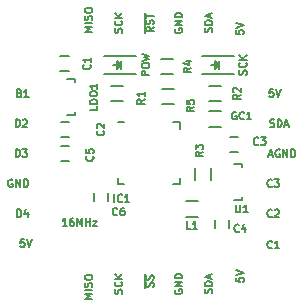
<source format=gbr>
G04 #@! TF.FileFunction,Legend,Top*
%FSLAX46Y46*%
G04 Gerber Fmt 4.6, Leading zero omitted, Abs format (unit mm)*
G04 Created by KiCad (PCBNEW 4.0.0-rc1-stable) date 10/19/2015 7:45:35 PM*
%MOMM*%
G01*
G04 APERTURE LIST*
%ADD10C,0.100000*%
%ADD11C,0.152400*%
%ADD12C,0.150000*%
G04 APERTURE END LIST*
D10*
D11*
X128774976Y-109174643D02*
X128865690Y-109204881D01*
X128895929Y-109235119D01*
X128926167Y-109295595D01*
X128926167Y-109386310D01*
X128895929Y-109446786D01*
X128865690Y-109477024D01*
X128805214Y-109507262D01*
X128563309Y-109507262D01*
X128563309Y-108872262D01*
X128774976Y-108872262D01*
X128835452Y-108902500D01*
X128865690Y-108932738D01*
X128895929Y-108993214D01*
X128895929Y-109053690D01*
X128865690Y-109114167D01*
X128835452Y-109144405D01*
X128774976Y-109174643D01*
X128563309Y-109174643D01*
X129530929Y-109507262D02*
X129168071Y-109507262D01*
X129349500Y-109507262D02*
X129349500Y-108872262D01*
X129289024Y-108962976D01*
X129228548Y-109023452D01*
X129168071Y-109053690D01*
X128436309Y-112047262D02*
X128436309Y-111412262D01*
X128587500Y-111412262D01*
X128678214Y-111442500D01*
X128738690Y-111502976D01*
X128768929Y-111563452D01*
X128799167Y-111684405D01*
X128799167Y-111775119D01*
X128768929Y-111896071D01*
X128738690Y-111956548D01*
X128678214Y-112017024D01*
X128587500Y-112047262D01*
X128436309Y-112047262D01*
X129041071Y-111472738D02*
X129071309Y-111442500D01*
X129131786Y-111412262D01*
X129282976Y-111412262D01*
X129343452Y-111442500D01*
X129373690Y-111472738D01*
X129403929Y-111533214D01*
X129403929Y-111593690D01*
X129373690Y-111684405D01*
X129010833Y-112047262D01*
X129403929Y-112047262D01*
X128436309Y-114587262D02*
X128436309Y-113952262D01*
X128587500Y-113952262D01*
X128678214Y-113982500D01*
X128738690Y-114042976D01*
X128768929Y-114103452D01*
X128799167Y-114224405D01*
X128799167Y-114315119D01*
X128768929Y-114436071D01*
X128738690Y-114496548D01*
X128678214Y-114557024D01*
X128587500Y-114587262D01*
X128436309Y-114587262D01*
X129010833Y-113952262D02*
X129403929Y-113952262D01*
X129192262Y-114194167D01*
X129282976Y-114194167D01*
X129343452Y-114224405D01*
X129373690Y-114254643D01*
X129403929Y-114315119D01*
X129403929Y-114466310D01*
X129373690Y-114526786D01*
X129343452Y-114557024D01*
X129282976Y-114587262D01*
X129101548Y-114587262D01*
X129041071Y-114557024D01*
X129010833Y-114526786D01*
X128167191Y-116522500D02*
X128106714Y-116492262D01*
X128016000Y-116492262D01*
X127925286Y-116522500D01*
X127864810Y-116582976D01*
X127834571Y-116643452D01*
X127804333Y-116764405D01*
X127804333Y-116855119D01*
X127834571Y-116976071D01*
X127864810Y-117036548D01*
X127925286Y-117097024D01*
X128016000Y-117127262D01*
X128076476Y-117127262D01*
X128167191Y-117097024D01*
X128197429Y-117066786D01*
X128197429Y-116855119D01*
X128076476Y-116855119D01*
X128469571Y-117127262D02*
X128469571Y-116492262D01*
X128832429Y-117127262D01*
X128832429Y-116492262D01*
X129134809Y-117127262D02*
X129134809Y-116492262D01*
X129286000Y-116492262D01*
X129376714Y-116522500D01*
X129437190Y-116582976D01*
X129467429Y-116643452D01*
X129497667Y-116764405D01*
X129497667Y-116855119D01*
X129467429Y-116976071D01*
X129437190Y-117036548D01*
X129376714Y-117097024D01*
X129286000Y-117127262D01*
X129134809Y-117127262D01*
X128563309Y-119667262D02*
X128563309Y-119032262D01*
X128714500Y-119032262D01*
X128805214Y-119062500D01*
X128865690Y-119122976D01*
X128895929Y-119183452D01*
X128926167Y-119304405D01*
X128926167Y-119395119D01*
X128895929Y-119516071D01*
X128865690Y-119576548D01*
X128805214Y-119637024D01*
X128714500Y-119667262D01*
X128563309Y-119667262D01*
X129470452Y-119243929D02*
X129470452Y-119667262D01*
X129319262Y-119002024D02*
X129168071Y-119455595D01*
X129561167Y-119455595D01*
X129165047Y-121572262D02*
X128862666Y-121572262D01*
X128832428Y-121874643D01*
X128862666Y-121844405D01*
X128923143Y-121814167D01*
X129074333Y-121814167D01*
X129134809Y-121844405D01*
X129165047Y-121874643D01*
X129195286Y-121935119D01*
X129195286Y-122086310D01*
X129165047Y-122146786D01*
X129134809Y-122177024D01*
X129074333Y-122207262D01*
X128923143Y-122207262D01*
X128862666Y-122177024D01*
X128832428Y-122146786D01*
X129376714Y-121572262D02*
X129588381Y-122207262D01*
X129800048Y-121572262D01*
X150247047Y-108872262D02*
X149944666Y-108872262D01*
X149914428Y-109174643D01*
X149944666Y-109144405D01*
X150005143Y-109114167D01*
X150156333Y-109114167D01*
X150216809Y-109144405D01*
X150247047Y-109174643D01*
X150277286Y-109235119D01*
X150277286Y-109386310D01*
X150247047Y-109446786D01*
X150216809Y-109477024D01*
X150156333Y-109507262D01*
X150005143Y-109507262D01*
X149944666Y-109477024D01*
X149914428Y-109446786D01*
X150458714Y-108872262D02*
X150670381Y-109507262D01*
X150882048Y-108872262D01*
X149977928Y-112017024D02*
X150068643Y-112047262D01*
X150219833Y-112047262D01*
X150280309Y-112017024D01*
X150310547Y-111986786D01*
X150340786Y-111926310D01*
X150340786Y-111865833D01*
X150310547Y-111805357D01*
X150280309Y-111775119D01*
X150219833Y-111744881D01*
X150098881Y-111714643D01*
X150038405Y-111684405D01*
X150008166Y-111654167D01*
X149977928Y-111593690D01*
X149977928Y-111533214D01*
X150008166Y-111472738D01*
X150038405Y-111442500D01*
X150098881Y-111412262D01*
X150250071Y-111412262D01*
X150340786Y-111442500D01*
X150612928Y-112047262D02*
X150612928Y-111412262D01*
X150764119Y-111412262D01*
X150854833Y-111442500D01*
X150915309Y-111502976D01*
X150945548Y-111563452D01*
X150975786Y-111684405D01*
X150975786Y-111775119D01*
X150945548Y-111896071D01*
X150915309Y-111956548D01*
X150854833Y-112017024D01*
X150764119Y-112047262D01*
X150612928Y-112047262D01*
X151217690Y-111865833D02*
X151520071Y-111865833D01*
X151157214Y-112047262D02*
X151368881Y-111412262D01*
X151580548Y-112047262D01*
X149884190Y-114405833D02*
X150186571Y-114405833D01*
X149823714Y-114587262D02*
X150035381Y-113952262D01*
X150247048Y-114587262D01*
X150791334Y-113982500D02*
X150730857Y-113952262D01*
X150640143Y-113952262D01*
X150549429Y-113982500D01*
X150488953Y-114042976D01*
X150458714Y-114103452D01*
X150428476Y-114224405D01*
X150428476Y-114315119D01*
X150458714Y-114436071D01*
X150488953Y-114496548D01*
X150549429Y-114557024D01*
X150640143Y-114587262D01*
X150700619Y-114587262D01*
X150791334Y-114557024D01*
X150821572Y-114526786D01*
X150821572Y-114315119D01*
X150700619Y-114315119D01*
X151093714Y-114587262D02*
X151093714Y-113952262D01*
X151456572Y-114587262D01*
X151456572Y-113952262D01*
X151758952Y-114587262D02*
X151758952Y-113952262D01*
X151910143Y-113952262D01*
X152000857Y-113982500D01*
X152061333Y-114042976D01*
X152091572Y-114103452D01*
X152121810Y-114224405D01*
X152121810Y-114315119D01*
X152091572Y-114436071D01*
X152061333Y-114496548D01*
X152000857Y-114557024D01*
X151910143Y-114587262D01*
X151758952Y-114587262D01*
X150135167Y-117066786D02*
X150104929Y-117097024D01*
X150014214Y-117127262D01*
X149953738Y-117127262D01*
X149863024Y-117097024D01*
X149802548Y-117036548D01*
X149772309Y-116976071D01*
X149742071Y-116855119D01*
X149742071Y-116764405D01*
X149772309Y-116643452D01*
X149802548Y-116582976D01*
X149863024Y-116522500D01*
X149953738Y-116492262D01*
X150014214Y-116492262D01*
X150104929Y-116522500D01*
X150135167Y-116552738D01*
X150346833Y-116492262D02*
X150739929Y-116492262D01*
X150528262Y-116734167D01*
X150618976Y-116734167D01*
X150679452Y-116764405D01*
X150709690Y-116794643D01*
X150739929Y-116855119D01*
X150739929Y-117006310D01*
X150709690Y-117066786D01*
X150679452Y-117097024D01*
X150618976Y-117127262D01*
X150437548Y-117127262D01*
X150377071Y-117097024D01*
X150346833Y-117066786D01*
X150135167Y-119606786D02*
X150104929Y-119637024D01*
X150014214Y-119667262D01*
X149953738Y-119667262D01*
X149863024Y-119637024D01*
X149802548Y-119576548D01*
X149772309Y-119516071D01*
X149742071Y-119395119D01*
X149742071Y-119304405D01*
X149772309Y-119183452D01*
X149802548Y-119122976D01*
X149863024Y-119062500D01*
X149953738Y-119032262D01*
X150014214Y-119032262D01*
X150104929Y-119062500D01*
X150135167Y-119092738D01*
X150377071Y-119092738D02*
X150407309Y-119062500D01*
X150467786Y-119032262D01*
X150618976Y-119032262D01*
X150679452Y-119062500D01*
X150709690Y-119092738D01*
X150739929Y-119153214D01*
X150739929Y-119213690D01*
X150709690Y-119304405D01*
X150346833Y-119667262D01*
X150739929Y-119667262D01*
X150135167Y-122273786D02*
X150104929Y-122304024D01*
X150014214Y-122334262D01*
X149953738Y-122334262D01*
X149863024Y-122304024D01*
X149802548Y-122243548D01*
X149772309Y-122183071D01*
X149742071Y-122062119D01*
X149742071Y-121971405D01*
X149772309Y-121850452D01*
X149802548Y-121789976D01*
X149863024Y-121729500D01*
X149953738Y-121699262D01*
X150014214Y-121699262D01*
X150104929Y-121729500D01*
X150135167Y-121759738D01*
X150739929Y-122334262D02*
X150377071Y-122334262D01*
X150558500Y-122334262D02*
X150558500Y-121699262D01*
X150498024Y-121789976D01*
X150437548Y-121850452D01*
X150377071Y-121880690D01*
X147099262Y-124834953D02*
X147099262Y-125137334D01*
X147401643Y-125167572D01*
X147371405Y-125137334D01*
X147341167Y-125076857D01*
X147341167Y-124925667D01*
X147371405Y-124865191D01*
X147401643Y-124834953D01*
X147462119Y-124804714D01*
X147613310Y-124804714D01*
X147673786Y-124834953D01*
X147704024Y-124865191D01*
X147734262Y-124925667D01*
X147734262Y-125076857D01*
X147704024Y-125137334D01*
X147673786Y-125167572D01*
X147099262Y-124623286D02*
X147734262Y-124411619D01*
X147099262Y-124199952D01*
X145037024Y-126120072D02*
X145067262Y-126029357D01*
X145067262Y-125878167D01*
X145037024Y-125817691D01*
X145006786Y-125787453D01*
X144946310Y-125757214D01*
X144885833Y-125757214D01*
X144825357Y-125787453D01*
X144795119Y-125817691D01*
X144764881Y-125878167D01*
X144734643Y-125999119D01*
X144704405Y-126059595D01*
X144674167Y-126089834D01*
X144613690Y-126120072D01*
X144553214Y-126120072D01*
X144492738Y-126089834D01*
X144462500Y-126059595D01*
X144432262Y-125999119D01*
X144432262Y-125847929D01*
X144462500Y-125757214D01*
X145067262Y-125485072D02*
X144432262Y-125485072D01*
X144432262Y-125333881D01*
X144462500Y-125243167D01*
X144522976Y-125182691D01*
X144583452Y-125152452D01*
X144704405Y-125122214D01*
X144795119Y-125122214D01*
X144916071Y-125152452D01*
X144976548Y-125182691D01*
X145037024Y-125243167D01*
X145067262Y-125333881D01*
X145067262Y-125485072D01*
X144885833Y-124880310D02*
X144885833Y-124577929D01*
X145067262Y-124940786D02*
X144432262Y-124729119D01*
X145067262Y-124517452D01*
X141922500Y-125832809D02*
X141892262Y-125893286D01*
X141892262Y-125984000D01*
X141922500Y-126074714D01*
X141982976Y-126135190D01*
X142043452Y-126165429D01*
X142164405Y-126195667D01*
X142255119Y-126195667D01*
X142376071Y-126165429D01*
X142436548Y-126135190D01*
X142497024Y-126074714D01*
X142527262Y-125984000D01*
X142527262Y-125923524D01*
X142497024Y-125832809D01*
X142466786Y-125802571D01*
X142255119Y-125802571D01*
X142255119Y-125923524D01*
X142527262Y-125530429D02*
X141892262Y-125530429D01*
X142527262Y-125167571D01*
X141892262Y-125167571D01*
X142527262Y-124865191D02*
X141892262Y-124865191D01*
X141892262Y-124714000D01*
X141922500Y-124623286D01*
X141982976Y-124562810D01*
X142043452Y-124532571D01*
X142164405Y-124502333D01*
X142255119Y-124502333D01*
X142376071Y-124532571D01*
X142436548Y-124562810D01*
X142497024Y-124623286D01*
X142527262Y-124714000D01*
X142527262Y-124865191D01*
X140084024Y-125578810D02*
X140114262Y-125488095D01*
X140114262Y-125336905D01*
X140084024Y-125276429D01*
X140053786Y-125246191D01*
X139993310Y-125215952D01*
X139932833Y-125215952D01*
X139872357Y-125246191D01*
X139842119Y-125276429D01*
X139811881Y-125336905D01*
X139781643Y-125457857D01*
X139751405Y-125518333D01*
X139721167Y-125548572D01*
X139660690Y-125578810D01*
X139600214Y-125578810D01*
X139539738Y-125548572D01*
X139509500Y-125518333D01*
X139479262Y-125457857D01*
X139479262Y-125306667D01*
X139509500Y-125215952D01*
X140084024Y-124974048D02*
X140114262Y-124883333D01*
X140114262Y-124732143D01*
X140084024Y-124671667D01*
X140053786Y-124641429D01*
X139993310Y-124611190D01*
X139932833Y-124611190D01*
X139872357Y-124641429D01*
X139842119Y-124671667D01*
X139811881Y-124732143D01*
X139781643Y-124853095D01*
X139751405Y-124913571D01*
X139721167Y-124943810D01*
X139660690Y-124974048D01*
X139600214Y-124974048D01*
X139539738Y-124943810D01*
X139509500Y-124913571D01*
X139479262Y-124853095D01*
X139479262Y-124701905D01*
X139509500Y-124611190D01*
X139369800Y-125699762D02*
X139369800Y-124490238D01*
X137417024Y-126165429D02*
X137447262Y-126074714D01*
X137447262Y-125923524D01*
X137417024Y-125863048D01*
X137386786Y-125832810D01*
X137326310Y-125802571D01*
X137265833Y-125802571D01*
X137205357Y-125832810D01*
X137175119Y-125863048D01*
X137144881Y-125923524D01*
X137114643Y-126044476D01*
X137084405Y-126104952D01*
X137054167Y-126135191D01*
X136993690Y-126165429D01*
X136933214Y-126165429D01*
X136872738Y-126135191D01*
X136842500Y-126104952D01*
X136812262Y-126044476D01*
X136812262Y-125893286D01*
X136842500Y-125802571D01*
X137386786Y-125167571D02*
X137417024Y-125197809D01*
X137447262Y-125288524D01*
X137447262Y-125349000D01*
X137417024Y-125439714D01*
X137356548Y-125500190D01*
X137296071Y-125530429D01*
X137175119Y-125560667D01*
X137084405Y-125560667D01*
X136963452Y-125530429D01*
X136902976Y-125500190D01*
X136842500Y-125439714D01*
X136812262Y-125349000D01*
X136812262Y-125288524D01*
X136842500Y-125197809D01*
X136872738Y-125167571D01*
X137447262Y-124895429D02*
X136812262Y-124895429D01*
X137447262Y-124532571D02*
X137084405Y-124804714D01*
X136812262Y-124532571D02*
X137175119Y-124895429D01*
X147099262Y-103879953D02*
X147099262Y-104182334D01*
X147401643Y-104212572D01*
X147371405Y-104182334D01*
X147341167Y-104121857D01*
X147341167Y-103970667D01*
X147371405Y-103910191D01*
X147401643Y-103879953D01*
X147462119Y-103849714D01*
X147613310Y-103849714D01*
X147673786Y-103879953D01*
X147704024Y-103910191D01*
X147734262Y-103970667D01*
X147734262Y-104121857D01*
X147704024Y-104182334D01*
X147673786Y-104212572D01*
X147099262Y-103668286D02*
X147734262Y-103456619D01*
X147099262Y-103244952D01*
X145037024Y-104022072D02*
X145067262Y-103931357D01*
X145067262Y-103780167D01*
X145037024Y-103719691D01*
X145006786Y-103689453D01*
X144946310Y-103659214D01*
X144885833Y-103659214D01*
X144825357Y-103689453D01*
X144795119Y-103719691D01*
X144764881Y-103780167D01*
X144734643Y-103901119D01*
X144704405Y-103961595D01*
X144674167Y-103991834D01*
X144613690Y-104022072D01*
X144553214Y-104022072D01*
X144492738Y-103991834D01*
X144462500Y-103961595D01*
X144432262Y-103901119D01*
X144432262Y-103749929D01*
X144462500Y-103659214D01*
X145067262Y-103387072D02*
X144432262Y-103387072D01*
X144432262Y-103235881D01*
X144462500Y-103145167D01*
X144522976Y-103084691D01*
X144583452Y-103054452D01*
X144704405Y-103024214D01*
X144795119Y-103024214D01*
X144916071Y-103054452D01*
X144976548Y-103084691D01*
X145037024Y-103145167D01*
X145067262Y-103235881D01*
X145067262Y-103387072D01*
X144885833Y-102782310D02*
X144885833Y-102479929D01*
X145067262Y-102842786D02*
X144432262Y-102631119D01*
X145067262Y-102419452D01*
X141922500Y-103734809D02*
X141892262Y-103795286D01*
X141892262Y-103886000D01*
X141922500Y-103976714D01*
X141982976Y-104037190D01*
X142043452Y-104067429D01*
X142164405Y-104097667D01*
X142255119Y-104097667D01*
X142376071Y-104067429D01*
X142436548Y-104037190D01*
X142497024Y-103976714D01*
X142527262Y-103886000D01*
X142527262Y-103825524D01*
X142497024Y-103734809D01*
X142466786Y-103704571D01*
X142255119Y-103704571D01*
X142255119Y-103825524D01*
X142527262Y-103432429D02*
X141892262Y-103432429D01*
X142527262Y-103069571D01*
X141892262Y-103069571D01*
X142527262Y-102767191D02*
X141892262Y-102767191D01*
X141892262Y-102616000D01*
X141922500Y-102525286D01*
X141982976Y-102464810D01*
X142043452Y-102434571D01*
X142164405Y-102404333D01*
X142255119Y-102404333D01*
X142376071Y-102434571D01*
X142436548Y-102464810D01*
X142497024Y-102525286D01*
X142527262Y-102616000D01*
X142527262Y-102767191D01*
X140114262Y-103598738D02*
X139811881Y-103810405D01*
X140114262Y-103961596D02*
X139479262Y-103961596D01*
X139479262Y-103719691D01*
X139509500Y-103659215D01*
X139539738Y-103628976D01*
X139600214Y-103598738D01*
X139690929Y-103598738D01*
X139751405Y-103628976D01*
X139781643Y-103659215D01*
X139811881Y-103719691D01*
X139811881Y-103961596D01*
X140084024Y-103356834D02*
X140114262Y-103266119D01*
X140114262Y-103114929D01*
X140084024Y-103054453D01*
X140053786Y-103024215D01*
X139993310Y-102993976D01*
X139932833Y-102993976D01*
X139872357Y-103024215D01*
X139842119Y-103054453D01*
X139811881Y-103114929D01*
X139781643Y-103235881D01*
X139751405Y-103296357D01*
X139721167Y-103326596D01*
X139660690Y-103356834D01*
X139600214Y-103356834D01*
X139539738Y-103326596D01*
X139509500Y-103296357D01*
X139479262Y-103235881D01*
X139479262Y-103084691D01*
X139509500Y-102993976D01*
X139479262Y-102812548D02*
X139479262Y-102449691D01*
X140114262Y-102631119D02*
X139479262Y-102631119D01*
X139369800Y-104112786D02*
X139369800Y-102389214D01*
X137417024Y-104067429D02*
X137447262Y-103976714D01*
X137447262Y-103825524D01*
X137417024Y-103765048D01*
X137386786Y-103734810D01*
X137326310Y-103704571D01*
X137265833Y-103704571D01*
X137205357Y-103734810D01*
X137175119Y-103765048D01*
X137144881Y-103825524D01*
X137114643Y-103946476D01*
X137084405Y-104006952D01*
X137054167Y-104037191D01*
X136993690Y-104067429D01*
X136933214Y-104067429D01*
X136872738Y-104037191D01*
X136842500Y-104006952D01*
X136812262Y-103946476D01*
X136812262Y-103795286D01*
X136842500Y-103704571D01*
X137386786Y-103069571D02*
X137417024Y-103099809D01*
X137447262Y-103190524D01*
X137447262Y-103251000D01*
X137417024Y-103341714D01*
X137356548Y-103402190D01*
X137296071Y-103432429D01*
X137175119Y-103462667D01*
X137084405Y-103462667D01*
X136963452Y-103432429D01*
X136902976Y-103402190D01*
X136842500Y-103341714D01*
X136812262Y-103251000D01*
X136812262Y-103190524D01*
X136842500Y-103099809D01*
X136872738Y-103069571D01*
X137447262Y-102797429D02*
X136812262Y-102797429D01*
X137447262Y-102434571D02*
X137084405Y-102706714D01*
X136812262Y-102434571D02*
X137175119Y-102797429D01*
X134907262Y-126600857D02*
X134272262Y-126600857D01*
X134725833Y-126389190D01*
X134272262Y-126177523D01*
X134907262Y-126177523D01*
X134907262Y-125875143D02*
X134272262Y-125875143D01*
X134877024Y-125603000D02*
X134907262Y-125512285D01*
X134907262Y-125361095D01*
X134877024Y-125300619D01*
X134846786Y-125270381D01*
X134786310Y-125240142D01*
X134725833Y-125240142D01*
X134665357Y-125270381D01*
X134635119Y-125300619D01*
X134604881Y-125361095D01*
X134574643Y-125482047D01*
X134544405Y-125542523D01*
X134514167Y-125572762D01*
X134453690Y-125603000D01*
X134393214Y-125603000D01*
X134332738Y-125572762D01*
X134302500Y-125542523D01*
X134272262Y-125482047D01*
X134272262Y-125330857D01*
X134302500Y-125240142D01*
X134272262Y-124847047D02*
X134272262Y-124726095D01*
X134302500Y-124665619D01*
X134362976Y-124605142D01*
X134483929Y-124574904D01*
X134695595Y-124574904D01*
X134816548Y-124605142D01*
X134877024Y-124665619D01*
X134907262Y-124726095D01*
X134907262Y-124847047D01*
X134877024Y-124907523D01*
X134816548Y-124968000D01*
X134695595Y-124998238D01*
X134483929Y-124998238D01*
X134362976Y-124968000D01*
X134302500Y-124907523D01*
X134272262Y-124847047D01*
X134907262Y-103994857D02*
X134272262Y-103994857D01*
X134725833Y-103783190D01*
X134272262Y-103571523D01*
X134907262Y-103571523D01*
X134907262Y-103269143D02*
X134272262Y-103269143D01*
X134877024Y-102997000D02*
X134907262Y-102906285D01*
X134907262Y-102755095D01*
X134877024Y-102694619D01*
X134846786Y-102664381D01*
X134786310Y-102634142D01*
X134725833Y-102634142D01*
X134665357Y-102664381D01*
X134635119Y-102694619D01*
X134604881Y-102755095D01*
X134574643Y-102876047D01*
X134544405Y-102936523D01*
X134514167Y-102966762D01*
X134453690Y-102997000D01*
X134393214Y-102997000D01*
X134332738Y-102966762D01*
X134302500Y-102936523D01*
X134272262Y-102876047D01*
X134272262Y-102724857D01*
X134302500Y-102634142D01*
X134272262Y-102241047D02*
X134272262Y-102120095D01*
X134302500Y-102059619D01*
X134362976Y-101999142D01*
X134483929Y-101968904D01*
X134695595Y-101968904D01*
X134816548Y-101999142D01*
X134877024Y-102059619D01*
X134907262Y-102120095D01*
X134907262Y-102241047D01*
X134877024Y-102301523D01*
X134816548Y-102362000D01*
X134695595Y-102392238D01*
X134483929Y-102392238D01*
X134362976Y-102362000D01*
X134302500Y-102301523D01*
X134272262Y-102241047D01*
D12*
X142325000Y-111675000D02*
X142325000Y-112200000D01*
X137075000Y-116925000D02*
X137075000Y-116400000D01*
X142325000Y-116925000D02*
X142325000Y-116400000D01*
X137075000Y-111675000D02*
X137600000Y-111675000D01*
X137075000Y-116925000D02*
X137600000Y-116925000D01*
X142325000Y-116925000D02*
X141800000Y-116925000D01*
X142325000Y-111675000D02*
X141800000Y-111675000D01*
X138599980Y-106057000D02*
X135899980Y-106057000D01*
X138599980Y-107557000D02*
X135899980Y-107557000D01*
X137099980Y-106657000D02*
X137099980Y-106907000D01*
X137099980Y-106907000D02*
X137249980Y-106757000D01*
X137349980Y-107157000D02*
X137349980Y-106457000D01*
X136999980Y-106807000D02*
X136649980Y-106807000D01*
X137349980Y-106807000D02*
X136999980Y-107157000D01*
X136999980Y-107157000D02*
X136999980Y-106457000D01*
X136999980Y-106457000D02*
X137349980Y-106807000D01*
X146921020Y-106057000D02*
X144221020Y-106057000D01*
X146921020Y-107557000D02*
X144221020Y-107557000D01*
X145421020Y-106657000D02*
X145421020Y-106907000D01*
X145421020Y-106907000D02*
X145571020Y-106757000D01*
X145671020Y-107157000D02*
X145671020Y-106457000D01*
X145321020Y-106807000D02*
X144971020Y-106807000D01*
X145671020Y-106807000D02*
X145321020Y-107157000D01*
X145321020Y-107157000D02*
X145321020Y-106457000D01*
X145321020Y-106457000D02*
X145671020Y-106807000D01*
X133477000Y-110834160D02*
X133477000Y-110785900D01*
X132775960Y-108035180D02*
X133477000Y-108035180D01*
X133477000Y-108035180D02*
X133477000Y-108284100D01*
X133477000Y-110834160D02*
X133477000Y-111034820D01*
X133477000Y-111034820D02*
X132775960Y-111034820D01*
X147640000Y-118012160D02*
X147640000Y-117963900D01*
X146938960Y-115213180D02*
X147640000Y-115213180D01*
X147640000Y-115213180D02*
X147640000Y-115462100D01*
X147640000Y-118012160D02*
X147640000Y-118212820D01*
X147640000Y-118212820D02*
X146938960Y-118212820D01*
X132226000Y-106080000D02*
X132926000Y-106080000D01*
X132926000Y-107280000D02*
X132226000Y-107280000D01*
X132250000Y-111668000D02*
X132950000Y-111668000D01*
X132950000Y-112868000D02*
X132250000Y-112868000D01*
X146601000Y-112938000D02*
X147301000Y-112938000D01*
X147301000Y-114138000D02*
X146601000Y-114138000D01*
X146523000Y-119931000D02*
X146523000Y-120631000D01*
X145323000Y-120631000D02*
X145323000Y-119931000D01*
X132950000Y-114900000D02*
X132250000Y-114900000D01*
X132250000Y-113700000D02*
X132950000Y-113700000D01*
X135036000Y-118321000D02*
X135036000Y-117621000D01*
X136236000Y-117621000D02*
X136236000Y-118321000D01*
X145800000Y-112054000D02*
X144800000Y-112054000D01*
X144800000Y-110704000D02*
X145800000Y-110704000D01*
X143895000Y-119674000D02*
X142895000Y-119674000D01*
X142895000Y-118324000D02*
X143895000Y-118324000D01*
X136545000Y-108545000D02*
X137545000Y-108545000D01*
X137545000Y-109895000D02*
X136545000Y-109895000D01*
X144788000Y-108545000D02*
X145788000Y-108545000D01*
X145788000Y-109895000D02*
X144788000Y-109895000D01*
X144947000Y-115566000D02*
X144947000Y-116566000D01*
X143597000Y-116566000D02*
X143597000Y-115566000D01*
X141863000Y-110149000D02*
X140863000Y-110149000D01*
X140863000Y-108799000D02*
X141863000Y-108799000D01*
X140736000Y-106259000D02*
X141736000Y-106259000D01*
X141736000Y-107609000D02*
X140736000Y-107609000D01*
X136794119Y-118397262D02*
X136794119Y-117762262D01*
X137459358Y-118336786D02*
X137429120Y-118367024D01*
X137338405Y-118397262D01*
X137277929Y-118397262D01*
X137187215Y-118367024D01*
X137126739Y-118306548D01*
X137096500Y-118246071D01*
X137066262Y-118125119D01*
X137066262Y-118034405D01*
X137096500Y-117913452D01*
X137126739Y-117852976D01*
X137187215Y-117792500D01*
X137277929Y-117762262D01*
X137338405Y-117762262D01*
X137429120Y-117792500D01*
X137459358Y-117822738D01*
X138064120Y-118397262D02*
X137701262Y-118397262D01*
X137882691Y-118397262D02*
X137882691Y-117762262D01*
X137822215Y-117852976D01*
X137761739Y-117913452D01*
X137701262Y-117943690D01*
X139733262Y-107668786D02*
X139098262Y-107668786D01*
X139098262Y-107426881D01*
X139128500Y-107366405D01*
X139158738Y-107336166D01*
X139219214Y-107305928D01*
X139309929Y-107305928D01*
X139370405Y-107336166D01*
X139400643Y-107366405D01*
X139430881Y-107426881D01*
X139430881Y-107668786D01*
X139098262Y-106912833D02*
X139098262Y-106791881D01*
X139128500Y-106731405D01*
X139188976Y-106670928D01*
X139309929Y-106640690D01*
X139521595Y-106640690D01*
X139642548Y-106670928D01*
X139703024Y-106731405D01*
X139733262Y-106791881D01*
X139733262Y-106912833D01*
X139703024Y-106973309D01*
X139642548Y-107033786D01*
X139521595Y-107064024D01*
X139309929Y-107064024D01*
X139188976Y-107033786D01*
X139128500Y-106973309D01*
X139098262Y-106912833D01*
X139098262Y-106429024D02*
X139733262Y-106277833D01*
X139279690Y-106156881D01*
X139733262Y-106035928D01*
X139098262Y-105884738D01*
X147958024Y-107623429D02*
X147988262Y-107532714D01*
X147988262Y-107381524D01*
X147958024Y-107321048D01*
X147927786Y-107290810D01*
X147867310Y-107260571D01*
X147806833Y-107260571D01*
X147746357Y-107290810D01*
X147716119Y-107321048D01*
X147685881Y-107381524D01*
X147655643Y-107502476D01*
X147625405Y-107562952D01*
X147595167Y-107593191D01*
X147534690Y-107623429D01*
X147474214Y-107623429D01*
X147413738Y-107593191D01*
X147383500Y-107562952D01*
X147353262Y-107502476D01*
X147353262Y-107351286D01*
X147383500Y-107260571D01*
X147927786Y-106625571D02*
X147958024Y-106655809D01*
X147988262Y-106746524D01*
X147988262Y-106807000D01*
X147958024Y-106897714D01*
X147897548Y-106958190D01*
X147837071Y-106988429D01*
X147716119Y-107018667D01*
X147625405Y-107018667D01*
X147504452Y-106988429D01*
X147443976Y-106958190D01*
X147383500Y-106897714D01*
X147353262Y-106807000D01*
X147353262Y-106746524D01*
X147383500Y-106655809D01*
X147413738Y-106625571D01*
X147988262Y-106353429D02*
X147353262Y-106353429D01*
X147988262Y-105990571D02*
X147625405Y-106262714D01*
X147353262Y-105990571D02*
X147716119Y-106353429D01*
X135364022Y-110290953D02*
X135364022Y-110593334D01*
X134729022Y-110593334D01*
X135364022Y-110079286D02*
X134729022Y-110079286D01*
X134729022Y-109928095D01*
X134759260Y-109837381D01*
X134819736Y-109776905D01*
X134880212Y-109746666D01*
X135001165Y-109716428D01*
X135091879Y-109716428D01*
X135212831Y-109746666D01*
X135273308Y-109776905D01*
X135333784Y-109837381D01*
X135364022Y-109928095D01*
X135364022Y-110079286D01*
X134729022Y-109323333D02*
X134729022Y-109202381D01*
X134759260Y-109141905D01*
X134819736Y-109081428D01*
X134940689Y-109051190D01*
X135152355Y-109051190D01*
X135273308Y-109081428D01*
X135333784Y-109141905D01*
X135364022Y-109202381D01*
X135364022Y-109323333D01*
X135333784Y-109383809D01*
X135273308Y-109444286D01*
X135152355Y-109474524D01*
X134940689Y-109474524D01*
X134819736Y-109444286D01*
X134759260Y-109383809D01*
X134729022Y-109323333D01*
X135364022Y-108446428D02*
X135364022Y-108809286D01*
X135364022Y-108627857D02*
X134729022Y-108627857D01*
X134819736Y-108688333D01*
X134880212Y-108748809D01*
X134910450Y-108809286D01*
X147090190Y-118651262D02*
X147090190Y-119165310D01*
X147120429Y-119225786D01*
X147150667Y-119256024D01*
X147211143Y-119286262D01*
X147332095Y-119286262D01*
X147392571Y-119256024D01*
X147422810Y-119225786D01*
X147453048Y-119165310D01*
X147453048Y-118651262D01*
X148088048Y-119286262D02*
X147725190Y-119286262D01*
X147906619Y-119286262D02*
X147906619Y-118651262D01*
X147846143Y-118741976D01*
X147785667Y-118802452D01*
X147725190Y-118832690D01*
D11*
X132784548Y-120429262D02*
X132421690Y-120429262D01*
X132603119Y-120429262D02*
X132603119Y-119794262D01*
X132542643Y-119884976D01*
X132482167Y-119945452D01*
X132421690Y-119975690D01*
X133328833Y-119794262D02*
X133207881Y-119794262D01*
X133147405Y-119824500D01*
X133117167Y-119854738D01*
X133056690Y-119945452D01*
X133026452Y-120066405D01*
X133026452Y-120308310D01*
X133056690Y-120368786D01*
X133086929Y-120399024D01*
X133147405Y-120429262D01*
X133268357Y-120429262D01*
X133328833Y-120399024D01*
X133359071Y-120368786D01*
X133389310Y-120308310D01*
X133389310Y-120157119D01*
X133359071Y-120096643D01*
X133328833Y-120066405D01*
X133268357Y-120036167D01*
X133147405Y-120036167D01*
X133086929Y-120066405D01*
X133056690Y-120096643D01*
X133026452Y-120157119D01*
X133661452Y-120429262D02*
X133661452Y-119794262D01*
X133873119Y-120247833D01*
X134084786Y-119794262D01*
X134084786Y-120429262D01*
X134387166Y-120429262D02*
X134387166Y-119794262D01*
X134387166Y-120096643D02*
X134750024Y-120096643D01*
X134750024Y-120429262D02*
X134750024Y-119794262D01*
X134991928Y-120005929D02*
X135324547Y-120005929D01*
X134991928Y-120429262D01*
X135324547Y-120429262D01*
D12*
X134719786Y-106785833D02*
X134750024Y-106816071D01*
X134780262Y-106906786D01*
X134780262Y-106967262D01*
X134750024Y-107057976D01*
X134689548Y-107118452D01*
X134629071Y-107148691D01*
X134508119Y-107178929D01*
X134417405Y-107178929D01*
X134296452Y-107148691D01*
X134235976Y-107118452D01*
X134175500Y-107057976D01*
X134145262Y-106967262D01*
X134145262Y-106906786D01*
X134175500Y-106816071D01*
X134205738Y-106785833D01*
X134780262Y-106181071D02*
X134780262Y-106543929D01*
X134780262Y-106362500D02*
X134145262Y-106362500D01*
X134235976Y-106422976D01*
X134296452Y-106483452D01*
X134326690Y-106543929D01*
X135862786Y-112373833D02*
X135893024Y-112404071D01*
X135923262Y-112494786D01*
X135923262Y-112555262D01*
X135893024Y-112645976D01*
X135832548Y-112706452D01*
X135772071Y-112736691D01*
X135651119Y-112766929D01*
X135560405Y-112766929D01*
X135439452Y-112736691D01*
X135378976Y-112706452D01*
X135318500Y-112645976D01*
X135288262Y-112555262D01*
X135288262Y-112494786D01*
X135318500Y-112404071D01*
X135348738Y-112373833D01*
X135348738Y-112131929D02*
X135318500Y-112101691D01*
X135288262Y-112041214D01*
X135288262Y-111890024D01*
X135318500Y-111829548D01*
X135348738Y-111799310D01*
X135409214Y-111769071D01*
X135469690Y-111769071D01*
X135560405Y-111799310D01*
X135923262Y-112162167D01*
X135923262Y-111769071D01*
X148992167Y-113510786D02*
X148961929Y-113541024D01*
X148871214Y-113571262D01*
X148810738Y-113571262D01*
X148720024Y-113541024D01*
X148659548Y-113480548D01*
X148629309Y-113420071D01*
X148599071Y-113299119D01*
X148599071Y-113208405D01*
X148629309Y-113087452D01*
X148659548Y-113026976D01*
X148720024Y-112966500D01*
X148810738Y-112936262D01*
X148871214Y-112936262D01*
X148961929Y-112966500D01*
X148992167Y-112996738D01*
X149203833Y-112936262D02*
X149596929Y-112936262D01*
X149385262Y-113178167D01*
X149475976Y-113178167D01*
X149536452Y-113208405D01*
X149566690Y-113238643D01*
X149596929Y-113299119D01*
X149596929Y-113450310D01*
X149566690Y-113510786D01*
X149536452Y-113541024D01*
X149475976Y-113571262D01*
X149294548Y-113571262D01*
X149234071Y-113541024D01*
X149203833Y-113510786D01*
X147341167Y-120876786D02*
X147310929Y-120907024D01*
X147220214Y-120937262D01*
X147159738Y-120937262D01*
X147069024Y-120907024D01*
X147008548Y-120846548D01*
X146978309Y-120786071D01*
X146948071Y-120665119D01*
X146948071Y-120574405D01*
X146978309Y-120453452D01*
X147008548Y-120392976D01*
X147069024Y-120332500D01*
X147159738Y-120302262D01*
X147220214Y-120302262D01*
X147310929Y-120332500D01*
X147341167Y-120362738D01*
X147885452Y-120513929D02*
X147885452Y-120937262D01*
X147734262Y-120272024D02*
X147583071Y-120725595D01*
X147976167Y-120725595D01*
X134973786Y-114532833D02*
X135004024Y-114563071D01*
X135034262Y-114653786D01*
X135034262Y-114714262D01*
X135004024Y-114804976D01*
X134943548Y-114865452D01*
X134883071Y-114895691D01*
X134762119Y-114925929D01*
X134671405Y-114925929D01*
X134550452Y-114895691D01*
X134489976Y-114865452D01*
X134429500Y-114804976D01*
X134399262Y-114714262D01*
X134399262Y-114653786D01*
X134429500Y-114563071D01*
X134459738Y-114532833D01*
X134399262Y-113958310D02*
X134399262Y-114260691D01*
X134701643Y-114290929D01*
X134671405Y-114260691D01*
X134641167Y-114200214D01*
X134641167Y-114049024D01*
X134671405Y-113988548D01*
X134701643Y-113958310D01*
X134762119Y-113928071D01*
X134913310Y-113928071D01*
X134973786Y-113958310D01*
X135004024Y-113988548D01*
X135034262Y-114049024D01*
X135034262Y-114200214D01*
X135004024Y-114260691D01*
X134973786Y-114290929D01*
X137054167Y-119479786D02*
X137023929Y-119510024D01*
X136933214Y-119540262D01*
X136872738Y-119540262D01*
X136782024Y-119510024D01*
X136721548Y-119449548D01*
X136691309Y-119389071D01*
X136661071Y-119268119D01*
X136661071Y-119177405D01*
X136691309Y-119056452D01*
X136721548Y-118995976D01*
X136782024Y-118935500D01*
X136872738Y-118905262D01*
X136933214Y-118905262D01*
X137023929Y-118935500D01*
X137054167Y-118965738D01*
X137598452Y-118905262D02*
X137477500Y-118905262D01*
X137417024Y-118935500D01*
X137386786Y-118965738D01*
X137326309Y-119056452D01*
X137296071Y-119177405D01*
X137296071Y-119419310D01*
X137326309Y-119479786D01*
X137356548Y-119510024D01*
X137417024Y-119540262D01*
X137537976Y-119540262D01*
X137598452Y-119510024D01*
X137628690Y-119479786D01*
X137658929Y-119419310D01*
X137658929Y-119268119D01*
X137628690Y-119207643D01*
X137598452Y-119177405D01*
X137537976Y-119147167D01*
X137417024Y-119147167D01*
X137356548Y-119177405D01*
X137326309Y-119207643D01*
X137296071Y-119268119D01*
X147120429Y-110807500D02*
X147059952Y-110777262D01*
X146969238Y-110777262D01*
X146878524Y-110807500D01*
X146818048Y-110867976D01*
X146787809Y-110928452D01*
X146757571Y-111049405D01*
X146757571Y-111140119D01*
X146787809Y-111261071D01*
X146818048Y-111321548D01*
X146878524Y-111382024D01*
X146969238Y-111412262D01*
X147029714Y-111412262D01*
X147120429Y-111382024D01*
X147150667Y-111351786D01*
X147150667Y-111140119D01*
X147029714Y-111140119D01*
X147785667Y-111351786D02*
X147755429Y-111382024D01*
X147664714Y-111412262D01*
X147604238Y-111412262D01*
X147513524Y-111382024D01*
X147453048Y-111321548D01*
X147422809Y-111261071D01*
X147392571Y-111140119D01*
X147392571Y-111049405D01*
X147422809Y-110928452D01*
X147453048Y-110867976D01*
X147513524Y-110807500D01*
X147604238Y-110777262D01*
X147664714Y-110777262D01*
X147755429Y-110807500D01*
X147785667Y-110837738D01*
X148390429Y-111412262D02*
X148027571Y-111412262D01*
X148209000Y-111412262D02*
X148209000Y-110777262D01*
X148148524Y-110867976D01*
X148088048Y-110928452D01*
X148027571Y-110958690D01*
X143277166Y-120683262D02*
X142974785Y-120683262D01*
X142974785Y-120048262D01*
X143821453Y-120683262D02*
X143458595Y-120683262D01*
X143640024Y-120683262D02*
X143640024Y-120048262D01*
X143579548Y-120138976D01*
X143519072Y-120199452D01*
X143458595Y-120229690D01*
X139352262Y-109706833D02*
X139049881Y-109918500D01*
X139352262Y-110069691D02*
X138717262Y-110069691D01*
X138717262Y-109827786D01*
X138747500Y-109767310D01*
X138777738Y-109737071D01*
X138838214Y-109706833D01*
X138928929Y-109706833D01*
X138989405Y-109737071D01*
X139019643Y-109767310D01*
X139049881Y-109827786D01*
X139049881Y-110069691D01*
X139352262Y-109102071D02*
X139352262Y-109464929D01*
X139352262Y-109283500D02*
X138717262Y-109283500D01*
X138807976Y-109343976D01*
X138868452Y-109404452D01*
X138898690Y-109464929D01*
X147480262Y-109325833D02*
X147177881Y-109537500D01*
X147480262Y-109688691D02*
X146845262Y-109688691D01*
X146845262Y-109446786D01*
X146875500Y-109386310D01*
X146905738Y-109356071D01*
X146966214Y-109325833D01*
X147056929Y-109325833D01*
X147117405Y-109356071D01*
X147147643Y-109386310D01*
X147177881Y-109446786D01*
X147177881Y-109688691D01*
X146905738Y-109083929D02*
X146875500Y-109053691D01*
X146845262Y-108993214D01*
X146845262Y-108842024D01*
X146875500Y-108781548D01*
X146905738Y-108751310D01*
X146966214Y-108721071D01*
X147026690Y-108721071D01*
X147117405Y-108751310D01*
X147480262Y-109114167D01*
X147480262Y-108721071D01*
X144305262Y-114151833D02*
X144002881Y-114363500D01*
X144305262Y-114514691D02*
X143670262Y-114514691D01*
X143670262Y-114272786D01*
X143700500Y-114212310D01*
X143730738Y-114182071D01*
X143791214Y-114151833D01*
X143881929Y-114151833D01*
X143942405Y-114182071D01*
X143972643Y-114212310D01*
X144002881Y-114272786D01*
X144002881Y-114514691D01*
X143670262Y-113940167D02*
X143670262Y-113547071D01*
X143912167Y-113758738D01*
X143912167Y-113668024D01*
X143942405Y-113607548D01*
X143972643Y-113577310D01*
X144033119Y-113547071D01*
X144184310Y-113547071D01*
X144244786Y-113577310D01*
X144275024Y-113607548D01*
X144305262Y-113668024D01*
X144305262Y-113849452D01*
X144275024Y-113909929D01*
X144244786Y-113940167D01*
X143289262Y-107039833D02*
X142986881Y-107251500D01*
X143289262Y-107402691D02*
X142654262Y-107402691D01*
X142654262Y-107160786D01*
X142684500Y-107100310D01*
X142714738Y-107070071D01*
X142775214Y-107039833D01*
X142865929Y-107039833D01*
X142926405Y-107070071D01*
X142956643Y-107100310D01*
X142986881Y-107160786D01*
X142986881Y-107402691D01*
X142865929Y-106495548D02*
X143289262Y-106495548D01*
X142624024Y-106646738D02*
X143077595Y-106797929D01*
X143077595Y-106404833D01*
X143543262Y-110341833D02*
X143240881Y-110553500D01*
X143543262Y-110704691D02*
X142908262Y-110704691D01*
X142908262Y-110462786D01*
X142938500Y-110402310D01*
X142968738Y-110372071D01*
X143029214Y-110341833D01*
X143119929Y-110341833D01*
X143180405Y-110372071D01*
X143210643Y-110402310D01*
X143240881Y-110462786D01*
X143240881Y-110704691D01*
X142908262Y-109767310D02*
X142908262Y-110069691D01*
X143210643Y-110099929D01*
X143180405Y-110069691D01*
X143150167Y-110009214D01*
X143150167Y-109858024D01*
X143180405Y-109797548D01*
X143210643Y-109767310D01*
X143271119Y-109737071D01*
X143422310Y-109737071D01*
X143482786Y-109767310D01*
X143513024Y-109797548D01*
X143543262Y-109858024D01*
X143543262Y-110009214D01*
X143513024Y-110069691D01*
X143482786Y-110099929D01*
M02*

</source>
